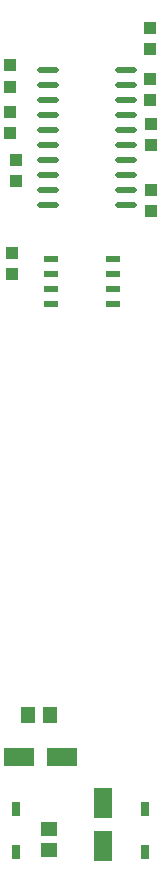
<source format=gtp>
G04 Layer_Color=8421504*
%FSLAX25Y25*%
%MOIN*%
G70*
G01*
G75*
%ADD10R,0.04331X0.04331*%
%ADD11O,0.07284X0.02165*%
G04:AMPARAMS|DCode=12|XSize=21.65mil|YSize=49.21mil|CornerRadius=1.95mil|HoleSize=0mil|Usage=FLASHONLY|Rotation=90.000|XOffset=0mil|YOffset=0mil|HoleType=Round|Shape=RoundedRectangle|*
%AMROUNDEDRECTD12*
21,1,0.02165,0.04532,0,0,90.0*
21,1,0.01776,0.04921,0,0,90.0*
1,1,0.00390,0.02266,0.00888*
1,1,0.00390,0.02266,-0.00888*
1,1,0.00390,-0.02266,-0.00888*
1,1,0.00390,-0.02266,0.00888*
%
%ADD12ROUNDEDRECTD12*%
%ADD13R,0.04528X0.05709*%
%ADD14R,0.06299X0.10236*%
%ADD15R,0.05709X0.04528*%
%ADD16R,0.02756X0.04724*%
%ADD17R,0.10236X0.06299*%
D10*
X50500Y302043D02*
D03*
Y294957D02*
D03*
X50500Y285043D02*
D03*
Y277957D02*
D03*
X4000Y282457D02*
D03*
Y289543D02*
D03*
X51000Y270043D02*
D03*
Y262957D02*
D03*
X4000Y266957D02*
D03*
Y274043D02*
D03*
X6000Y258043D02*
D03*
Y250957D02*
D03*
X51000Y248043D02*
D03*
Y240957D02*
D03*
X4500Y219957D02*
D03*
Y227043D02*
D03*
D11*
X42500Y243000D02*
D03*
Y248000D02*
D03*
Y253000D02*
D03*
Y258000D02*
D03*
Y263000D02*
D03*
Y268000D02*
D03*
Y273000D02*
D03*
Y278000D02*
D03*
Y283000D02*
D03*
Y288000D02*
D03*
X16500Y243000D02*
D03*
Y248000D02*
D03*
Y253000D02*
D03*
Y258000D02*
D03*
Y263000D02*
D03*
Y268000D02*
D03*
Y273000D02*
D03*
Y278000D02*
D03*
Y283000D02*
D03*
Y288000D02*
D03*
D12*
X38335Y210000D02*
D03*
Y215000D02*
D03*
Y220000D02*
D03*
Y225000D02*
D03*
X17665Y210000D02*
D03*
Y215000D02*
D03*
Y220000D02*
D03*
Y225000D02*
D03*
D13*
X9957Y73000D02*
D03*
X17043D02*
D03*
D14*
X35000Y43587D02*
D03*
Y29413D02*
D03*
D15*
X17000Y35043D02*
D03*
Y27957D02*
D03*
D16*
X49000Y27217D02*
D03*
Y41783D02*
D03*
X6000Y41783D02*
D03*
Y27217D02*
D03*
D17*
X6913Y59000D02*
D03*
X21087D02*
D03*
M02*

</source>
